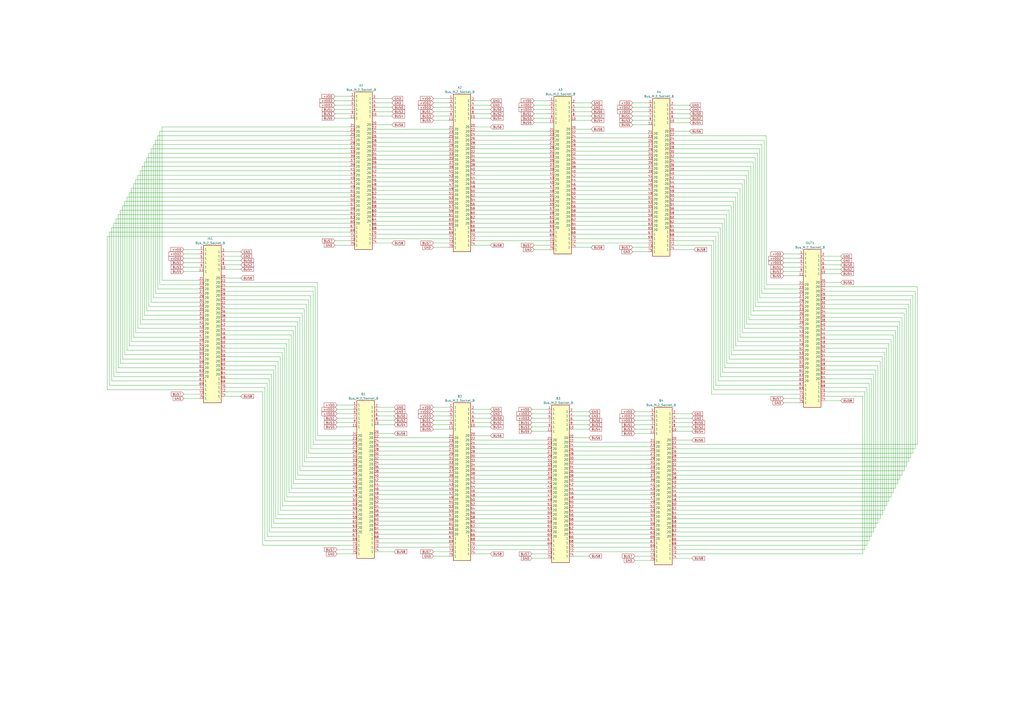
<source format=kicad_sch>
(kicad_sch (version 20230121) (generator eeschema)
  (paper "A2")
  (wire (pts (xy 529.59 171.45) (xy 529.59 262.89)))
  (wire (pts (xy 368.3 246.38) (xy 377.19 246.38)))
  (wire (pts (xy 318.77 104.14) (xy 275.59 104.14)))
  (wire (pts (xy 391.16 119.38) (xy 424.18 119.38)))
  (wire (pts (xy 275.59 68.58) (xy 284.48 68.58)))
  (wire (pts (xy 275.59 245.11) (xy 284.48 245.11)))
  (wire (pts (xy 184.15 163.83) (xy 184.15 252.73)))
  (wire (pts (xy 219.71 320.04) (xy 228.6 320.04)))
  (wire (pts (xy 521.97 278.13) (xy 521.97 186.69)))
  (wire (pts (xy 509.27 212.09) (xy 509.27 303.53)))
  (wire (pts (xy 106.68 152.4) (xy 115.57 152.4)))
  (wire (pts (xy 219.71 246.38) (xy 228.6 246.38)))
  (wire (pts (xy 524.51 273.05) (xy 524.51 181.61)))
  (wire (pts (xy 478.79 171.45) (xy 529.59 171.45)))
  (wire (pts (xy 334.01 143.51) (xy 342.9 143.51)))
  (wire (pts (xy 318.77 88.9) (xy 275.59 88.9)))
  (wire (pts (xy 391.16 99.06) (xy 434.34 99.06)))
  (wire (pts (xy 251.46 248.92) (xy 260.35 248.92)))
  (wire (pts (xy 391.16 96.52) (xy 435.61 96.52)))
  (wire (pts (xy 417.83 218.44) (xy 463.55 218.44)))
  (wire (pts (xy 478.79 209.55) (xy 510.54 209.55)))
  (wire (pts (xy 433.07 101.6) (xy 433.07 187.96)))
  (wire (pts (xy 177.8 176.53) (xy 130.81 176.53)))
  (wire (pts (xy 309.88 63.5) (xy 318.77 63.5)))
  (wire (pts (xy 478.79 163.83) (xy 487.68 163.83)))
  (wire (pts (xy 318.77 139.7) (xy 275.59 139.7)))
  (wire (pts (xy 463.55 203.2) (xy 425.45 203.2)))
  (wire (pts (xy 167.64 285.75) (xy 204.47 285.75)))
  (wire (pts (xy 154.94 311.15) (xy 204.47 311.15)))
  (wire (pts (xy 251.46 143.51) (xy 260.35 143.51)))
  (wire (pts (xy 219.71 241.3) (xy 228.6 241.3)))
  (wire (pts (xy 510.54 209.55) (xy 510.54 300.99)))
  (wire (pts (xy 318.77 121.92) (xy 275.59 121.92)))
  (wire (pts (xy 260.35 135.89) (xy 218.44 135.89)))
  (wire (pts (xy 219.71 271.78) (xy 260.35 271.78)))
  (wire (pts (xy 173.99 273.05) (xy 173.99 184.15)))
  (wire (pts (xy 180.34 260.35) (xy 204.47 260.35)))
  (wire (pts (xy 182.88 166.37) (xy 130.81 166.37)))
  (wire (pts (xy 375.92 138.43) (xy 334.01 138.43)))
  (wire (pts (xy 83.82 182.88) (xy 115.57 182.88)))
  (wire (pts (xy 71.12 208.28) (xy 115.57 208.28)))
  (wire (pts (xy 525.78 270.51) (xy 525.78 179.07)))
  (wire (pts (xy 425.45 116.84) (xy 425.45 203.2)))
  (wire (pts (xy 392.43 240.03) (xy 401.32 240.03)))
  (wire (pts (xy 275.59 142.24) (xy 284.48 142.24)))
  (wire (pts (xy 275.59 58.42) (xy 284.48 58.42)))
  (wire (pts (xy 166.37 288.29) (xy 166.37 199.39)))
  (wire (pts (xy 375.92 97.79) (xy 334.01 97.79)))
  (wire (pts (xy 177.8 265.43) (xy 177.8 176.53)))
  (wire (pts (xy 392.43 313.69) (xy 504.19 313.69)))
  (wire (pts (xy 172.72 275.59) (xy 204.47 275.59)))
  (wire (pts (xy 219.71 292.1) (xy 260.35 292.1)))
  (wire (pts (xy 368.3 243.84) (xy 377.19 243.84)))
  (wire (pts (xy 194.31 66.04) (xy 203.2 66.04)))
  (wire (pts (xy 527.05 267.97) (xy 527.05 176.53)))
  (wire (pts (xy 318.77 134.62) (xy 275.59 134.62)))
  (wire (pts (xy 82.55 185.42) (xy 115.57 185.42)))
  (wire (pts (xy 166.37 199.39) (xy 130.81 199.39)))
  (wire (pts (xy 444.5 165.1) (xy 463.55 165.1)))
  (wire (pts (xy 391.16 114.3) (xy 426.72 114.3)))
  (wire (pts (xy 176.53 179.07) (xy 130.81 179.07)))
  (wire (pts (xy 392.43 247.65) (xy 401.32 247.65)))
  (wire (pts (xy 332.74 322.58) (xy 341.63 322.58)))
  (wire (pts (xy 392.43 267.97) (xy 527.05 267.97)))
  (wire (pts (xy 391.16 106.68) (xy 430.53 106.68)))
  (wire (pts (xy 218.44 62.23) (xy 227.33 62.23)))
  (wire (pts (xy 260.35 87.63) (xy 218.44 87.63)))
  (wire (pts (xy 392.43 290.83) (xy 515.62 290.83)))
  (wire (pts (xy 478.79 207.01) (xy 511.81 207.01)))
  (wire (pts (xy 368.3 248.92) (xy 377.19 248.92)))
  (wire (pts (xy 168.91 283.21) (xy 204.47 283.21)))
  (wire (pts (xy 417.83 132.08) (xy 417.83 218.44)))
  (wire (pts (xy 391.16 63.5) (xy 400.05 63.5)))
  (wire (pts (xy 251.46 59.69) (xy 260.35 59.69)))
  (wire (pts (xy 441.96 170.18) (xy 463.55 170.18)))
  (wire (pts (xy 513.08 295.91) (xy 513.08 204.47)))
  (wire (pts (xy 115.57 172.72) (xy 88.9 172.72)))
  (wire (pts (xy 260.35 80.01) (xy 218.44 80.01)))
  (wire (pts (xy 63.5 134.62) (xy 63.5 223.52)))
  (wire (pts (xy 391.16 78.74) (xy 444.5 78.74)))
  (wire (pts (xy 392.43 255.27) (xy 401.32 255.27)))
  (wire (pts (xy 275.59 63.5) (xy 284.48 63.5)))
  (wire (pts (xy 219.71 299.72) (xy 260.35 299.72)))
  (wire (pts (xy 478.79 166.37) (xy 532.13 166.37)))
  (wire (pts (xy 412.75 228.6) (xy 463.55 228.6)))
  (wire (pts (xy 317.5 298.45) (xy 275.59 298.45)))
  (wire (pts (xy 392.43 308.61) (xy 506.73 308.61)))
  (wire (pts (xy 80.01 190.5) (xy 115.57 190.5)))
  (wire (pts (xy 165.1 290.83) (xy 165.1 201.93)))
  (wire (pts (xy 195.58 242.57) (xy 204.47 242.57)))
  (wire (pts (xy 194.31 60.96) (xy 203.2 60.96)))
  (wire (pts (xy 436.88 93.98) (xy 436.88 180.34)))
  (wire (pts (xy 179.07 262.89) (xy 179.07 173.99)))
  (wire (pts (xy 377.19 314.96) (xy 332.74 314.96)))
  (wire (pts (xy 377.19 309.88) (xy 332.74 309.88)))
  (wire (pts (xy 391.16 127) (xy 420.37 127)))
  (wire (pts (xy 367.03 72.39) (xy 375.92 72.39)))
  (wire (pts (xy 168.91 283.21) (xy 168.91 194.31)))
  (wire (pts (xy 454.66 157.48) (xy 463.55 157.48)))
  (wire (pts (xy 218.44 140.97) (xy 227.33 140.97)))
  (wire (pts (xy 515.62 290.83) (xy 515.62 199.39)))
  (wire (pts (xy 334.01 64.77) (xy 342.9 64.77)))
  (wire (pts (xy 392.43 311.15) (xy 505.46 311.15)))
  (wire (pts (xy 106.68 149.86) (xy 115.57 149.86)))
  (wire (pts (xy 260.35 100.33) (xy 218.44 100.33)))
  (wire (pts (xy 176.53 267.97) (xy 176.53 179.07)))
  (wire (pts (xy 219.71 294.64) (xy 260.35 294.64)))
  (wire (pts (xy 377.19 261.62) (xy 332.74 261.62)))
  (wire (pts (xy 260.35 102.87) (xy 218.44 102.87)))
  (wire (pts (xy 309.88 144.78) (xy 318.77 144.78)))
  (wire (pts (xy 158.75 214.63) (xy 130.81 214.63)))
  (wire (pts (xy 478.79 212.09) (xy 509.27 212.09)))
  (wire (pts (xy 317.5 285.75) (xy 275.59 285.75)))
  (wire (pts (xy 317.5 273.05) (xy 275.59 273.05)))
  (wire (pts (xy 317.5 306.07) (xy 275.59 306.07)))
  (wire (pts (xy 416.56 220.98) (xy 463.55 220.98)))
  (wire (pts (xy 251.46 62.23) (xy 260.35 62.23)))
  (wire (pts (xy 85.09 91.44) (xy 203.2 91.44)))
  (wire (pts (xy 251.46 57.15) (xy 260.35 57.15)))
  (wire (pts (xy 375.92 130.81) (xy 334.01 130.81)))
  (wire (pts (xy 180.34 171.45) (xy 130.81 171.45)))
  (wire (pts (xy 523.24 275.59) (xy 523.24 184.15)))
  (wire (pts (xy 184.15 252.73) (xy 204.47 252.73)))
  (wire (pts (xy 438.15 91.44) (xy 438.15 177.8)))
  (wire (pts (xy 130.81 227.33) (xy 152.4 227.33)))
  (wire (pts (xy 153.67 313.69) (xy 153.67 224.79)))
  (wire (pts (xy 175.26 270.51) (xy 175.26 181.61)))
  (wire (pts (xy 415.29 223.52) (xy 463.55 223.52)))
  (wire (pts (xy 454.66 147.32) (xy 463.55 147.32)))
  (wire (pts (xy 73.66 203.2) (xy 73.66 114.3)))
  (wire (pts (xy 377.19 266.7) (xy 332.74 266.7)))
  (wire (pts (xy 318.77 129.54) (xy 275.59 129.54)))
  (wire (pts (xy 375.92 135.89) (xy 334.01 135.89)))
  (wire (pts (xy 392.43 245.11) (xy 401.32 245.11)))
  (wire (pts (xy 506.73 308.61) (xy 506.73 217.17)))
  (wire (pts (xy 161.29 209.55) (xy 161.29 298.45)))
  (wire (pts (xy 106.68 147.32) (xy 115.57 147.32)))
  (wire (pts (xy 67.31 127) (xy 67.31 215.9)))
  (wire (pts (xy 68.58 213.36) (xy 115.57 213.36)))
  (wire (pts (xy 184.15 163.83) (xy 130.81 163.83)))
  (wire (pts (xy 275.59 247.65) (xy 284.48 247.65)))
  (wire (pts (xy 318.77 81.28) (xy 275.59 81.28)))
  (wire (pts (xy 309.88 66.04) (xy 318.77 66.04)))
  (wire (pts (xy 332.74 241.3) (xy 341.63 241.3)))
  (wire (pts (xy 377.19 289.56) (xy 332.74 289.56)))
  (wire (pts (xy 218.44 59.69) (xy 227.33 59.69)))
  (wire (pts (xy 308.61 237.49) (xy 317.5 237.49)))
  (wire (pts (xy 317.5 295.91) (xy 275.59 295.91)))
  (wire (pts (xy 219.71 289.56) (xy 260.35 289.56)))
  (wire (pts (xy 391.16 137.16) (xy 415.29 137.16)))
  (wire (pts (xy 518.16 285.75) (xy 518.16 194.31)))
  (wire (pts (xy 162.56 295.91) (xy 204.47 295.91)))
  (wire (pts (xy 318.77 106.68) (xy 275.59 106.68)))
  (wire (pts (xy 194.31 142.24) (xy 203.2 142.24)))
  (wire (pts (xy 454.66 160.02) (xy 463.55 160.02)))
  (wire (pts (xy 420.37 213.36) (xy 420.37 127)))
  (wire (pts (xy 318.77 114.3) (xy 275.59 114.3)))
  (wire (pts (xy 77.47 106.68) (xy 77.47 195.58)))
  (wire (pts (xy 318.77 116.84) (xy 275.59 116.84)))
  (wire (pts (xy 375.92 80.01) (xy 334.01 80.01)))
  (wire (pts (xy 377.19 299.72) (xy 332.74 299.72)))
  (wire (pts (xy 219.71 276.86) (xy 260.35 276.86)))
  (wire (pts (xy 441.96 170.18) (xy 441.96 83.82)))
  (wire (pts (xy 219.71 314.96) (xy 260.35 314.96)))
  (wire (pts (xy 115.57 223.52) (xy 63.5 223.52)))
  (wire (pts (xy 218.44 57.15) (xy 227.33 57.15)))
  (wire (pts (xy 415.29 223.52) (xy 415.29 137.16)))
  (wire (pts (xy 275.59 73.66) (xy 284.48 73.66)))
  (wire (pts (xy 72.39 205.74) (xy 115.57 205.74)))
  (wire (pts (xy 375.92 85.09) (xy 334.01 85.09)))
  (wire (pts (xy 500.38 321.31) (xy 500.38 229.87)))
  (wire (pts (xy 171.45 278.13) (xy 171.45 189.23)))
  (wire (pts (xy 429.26 109.22) (xy 429.26 195.58)))
  (wire (pts (xy 130.81 196.85) (xy 167.64 196.85)))
  (wire (pts (xy 219.71 287.02) (xy 260.35 287.02)))
  (wire (pts (xy 375.92 100.33) (xy 334.01 100.33)))
  (wire (pts (xy 162.56 207.01) (xy 162.56 295.91)))
  (wire (pts (xy 463.55 180.34) (xy 436.88 180.34)))
  (wire (pts (xy 392.43 318.77) (xy 501.65 318.77)))
  (wire (pts (xy 392.43 295.91) (xy 513.08 295.91)))
  (wire (pts (xy 317.5 255.27) (xy 275.59 255.27)))
  (wire (pts (xy 332.74 254) (xy 341.63 254)))
  (wire (pts (xy 67.31 215.9) (xy 115.57 215.9)))
  (wire (pts (xy 80.01 101.6) (xy 203.2 101.6)))
  (wire (pts (xy 317.5 257.81) (xy 275.59 257.81)))
  (wire (pts (xy 318.77 93.98) (xy 275.59 93.98)))
  (wire (pts (xy 181.61 257.81) (xy 204.47 257.81)))
  (wire (pts (xy 115.57 195.58) (xy 77.47 195.58)))
  (wire (pts (xy 260.35 82.55) (xy 218.44 82.55)))
  (wire (pts (xy 505.46 219.71) (xy 505.46 311.15)))
  (wire (pts (xy 69.85 210.82) (xy 115.57 210.82)))
  (wire (pts (xy 377.19 256.54) (xy 332.74 256.54)))
  (wire (pts (xy 194.31 55.88) (xy 203.2 55.88)))
  (wire (pts (xy 414.02 226.06) (xy 414.02 139.7)))
  (wire (pts (xy 391.16 68.58) (xy 400.05 68.58)))
  (wire (pts (xy 260.35 138.43) (xy 218.44 138.43)))
  (wire (pts (xy 157.48 217.17) (xy 130.81 217.17)))
  (wire (pts (xy 332.74 243.84) (xy 341.63 243.84)))
  (wire (pts (xy 317.5 316.23) (xy 275.59 316.23)))
  (wire (pts (xy 391.16 132.08) (xy 417.83 132.08)))
  (wire (pts (xy 375.92 115.57) (xy 334.01 115.57)))
  (wire (pts (xy 368.3 241.3) (xy 377.19 241.3)))
  (wire (pts (xy 166.37 288.29) (xy 204.47 288.29)))
  (wire (pts (xy 152.4 316.23) (xy 152.4 227.33)))
  (wire (pts (xy 106.68 154.94) (xy 115.57 154.94)))
  (wire (pts (xy 88.9 83.82) (xy 88.9 172.72)))
  (wire (pts (xy 317.5 265.43) (xy 275.59 265.43)))
  (wire (pts (xy 454.66 152.4) (xy 463.55 152.4)))
  (wire (pts (xy 251.46 238.76) (xy 260.35 238.76)))
  (wire (pts (xy 377.19 304.8) (xy 332.74 304.8)))
  (wire (pts (xy 219.71 317.5) (xy 260.35 317.5)))
  (wire (pts (xy 478.79 232.41) (xy 487.68 232.41)))
  (wire (pts (xy 317.5 303.53) (xy 275.59 303.53)))
  (wire (pts (xy 392.43 262.89) (xy 529.59 262.89)))
  (wire (pts (xy 130.81 173.99) (xy 179.07 173.99)))
  (wire (pts (xy 76.2 109.22) (xy 203.2 109.22)))
  (wire (pts (xy 182.88 255.27) (xy 204.47 255.27)))
  (wire (pts (xy 431.8 104.14) (xy 431.8 190.5)))
  (wire (pts (xy 427.99 198.12) (xy 463.55 198.12)))
  (wire (pts (xy 375.92 110.49) (xy 334.01 110.49)))
  (wire (pts (xy 74.93 111.76) (xy 203.2 111.76)))
  (wire (pts (xy 219.71 264.16) (xy 260.35 264.16)))
  (wire (pts (xy 391.16 129.54) (xy 419.1 129.54)))
  (wire (pts (xy 375.92 140.97) (xy 334.01 140.97)))
  (wire (pts (xy 78.74 193.04) (xy 115.57 193.04)))
  (wire (pts (xy 153.67 313.69) (xy 204.47 313.69)))
  (wire (pts (xy 82.55 96.52) (xy 203.2 96.52)))
  (wire (pts (xy 170.18 280.67) (xy 204.47 280.67)))
  (wire (pts (xy 308.61 245.11) (xy 317.5 245.11)))
  (wire (pts (xy 218.44 72.39) (xy 227.33 72.39)))
  (wire (pts (xy 377.19 312.42) (xy 332.74 312.42)))
  (wire (pts (xy 478.79 201.93) (xy 514.35 201.93)))
  (wire (pts (xy 156.21 308.61) (xy 156.21 219.71)))
  (wire (pts (xy 391.16 109.22) (xy 429.26 109.22)))
  (wire (pts (xy 77.47 106.68) (xy 203.2 106.68)))
  (wire (pts (xy 391.16 93.98) (xy 436.88 93.98)))
  (wire (pts (xy 424.18 119.38) (xy 424.18 205.74)))
  (wire (pts (xy 219.71 284.48) (xy 260.35 284.48)))
  (wire (pts (xy 391.16 101.6) (xy 433.07 101.6)))
  (wire (pts (xy 219.71 259.08) (xy 260.35 259.08)))
  (wire (pts (xy 391.16 91.44) (xy 438.15 91.44)))
  (wire (pts (xy 251.46 140.97) (xy 260.35 140.97)))
  (wire (pts (xy 171.45 189.23) (xy 130.81 189.23)))
  (wire (pts (xy 392.43 288.29) (xy 516.89 288.29)))
  (wire (pts (xy 195.58 321.31) (xy 204.47 321.31)))
  (wire (pts (xy 93.98 162.56) (xy 115.57 162.56)))
  (wire (pts (xy 194.31 68.58) (xy 203.2 68.58)))
  (wire (pts (xy 260.35 90.17) (xy 218.44 90.17)))
  (wire (pts (xy 219.71 266.7) (xy 260.35 266.7)))
  (wire (pts (xy 92.71 165.1) (xy 115.57 165.1)))
  (wire (pts (xy 275.59 66.04) (xy 284.48 66.04)))
  (wire (pts (xy 106.68 228.6) (xy 115.57 228.6)))
  (wire (pts (xy 334.01 74.93) (xy 342.9 74.93)))
  (wire (pts (xy 318.77 124.46) (xy 275.59 124.46)))
  (wire (pts (xy 318.77 99.06) (xy 275.59 99.06)))
  (wire (pts (xy 195.58 247.65) (xy 204.47 247.65)))
  (wire (pts (xy 478.79 214.63) (xy 508 214.63)))
  (wire (pts (xy 430.53 106.68) (xy 430.53 193.04)))
  (wire (pts (xy 392.43 270.51) (xy 525.78 270.51)))
  (wire (pts (xy 260.35 125.73) (xy 218.44 125.73)))
  (wire (pts (xy 180.34 260.35) (xy 180.34 171.45)))
  (wire (pts (xy 74.93 111.76) (xy 74.93 200.66)))
  (wire (pts (xy 318.77 132.08) (xy 275.59 132.08)))
  (wire (pts (xy 318.77 119.38) (xy 275.59 119.38)))
  (wire (pts (xy 308.61 323.85) (xy 317.5 323.85)))
  (wire (pts (xy 130.81 224.79) (xy 153.67 224.79)))
  (wire (pts (xy 78.74 104.14) (xy 203.2 104.14)))
  (wire (pts (xy 392.43 280.67) (xy 520.7 280.67)))
  (wire (pts (xy 165.1 201.93) (xy 130.81 201.93)))
  (wire (pts (xy 308.61 242.57) (xy 317.5 242.57)))
  (wire (pts (xy 520.7 280.67) (xy 520.7 189.23)))
  (wire (pts (xy 317.5 260.35) (xy 275.59 260.35)))
  (wire (pts (xy 478.79 196.85) (xy 516.89 196.85)))
  (wire (pts (xy 502.92 224.79) (xy 502.92 316.23)))
  (wire (pts (xy 219.71 254) (xy 260.35 254)))
  (wire (pts (xy 87.63 86.36) (xy 203.2 86.36)))
  (wire (pts (xy 478.79 217.17) (xy 506.73 217.17)))
  (wire (pts (xy 179.07 262.89) (xy 204.47 262.89)))
  (wire (pts (xy 368.3 238.76) (xy 377.19 238.76)))
  (wire (pts (xy 392.43 257.81) (xy 532.13 257.81)))
  (wire (pts (xy 377.19 297.18) (xy 332.74 297.18)))
  (wire (pts (xy 260.35 74.93) (xy 218.44 74.93)))
  (wire (pts (xy 308.61 250.19) (xy 317.5 250.19)))
  (wire (pts (xy 426.72 200.66) (xy 463.55 200.66)))
  (wire (pts (xy 163.83 204.47) (xy 130.81 204.47)))
  (wire (pts (xy 83.82 93.98) (xy 83.82 182.88)))
  (wire (pts (xy 156.21 308.61) (xy 204.47 308.61)))
  (wire (pts (xy 72.39 205.74) (xy 72.39 116.84)))
  (wire (pts (xy 309.88 58.42) (xy 318.77 58.42)))
  (wire (pts (xy 377.19 281.94) (xy 332.74 281.94)))
  (wire (pts (xy 391.16 88.9) (xy 439.42 88.9)))
  (wire (pts (xy 66.04 129.54) (xy 203.2 129.54)))
  (wire (pts (xy 434.34 185.42) (xy 463.55 185.42)))
  (wire (pts (xy 115.57 226.06) (xy 62.23 226.06)))
  (wire (pts (xy 106.68 157.48) (xy 115.57 157.48)))
  (wire (pts (xy 152.4 316.23) (xy 204.47 316.23)))
  (wire (pts (xy 478.79 194.31) (xy 518.16 194.31)))
  (wire (pts (xy 275.59 242.57) (xy 284.48 242.57)))
  (wire (pts (xy 377.19 292.1) (xy 332.74 292.1)))
  (wire (pts (xy 478.79 181.61) (xy 524.51 181.61)))
  (wire (pts (xy 375.92 95.25) (xy 334.01 95.25)))
  (wire (pts (xy 260.35 128.27) (xy 218.44 128.27)))
  (wire (pts (xy 64.77 132.08) (xy 203.2 132.08)))
  (wire (pts (xy 392.43 298.45) (xy 511.81 298.45)))
  (wire (pts (xy 177.8 265.43) (xy 204.47 265.43)))
  (wire (pts (xy 439.42 175.26) (xy 463.55 175.26)))
  (wire (pts (xy 64.77 132.08) (xy 64.77 220.98)))
  (wire (pts (xy 391.16 134.62) (xy 416.56 134.62)))
  (wire (pts (xy 478.79 219.71) (xy 505.46 219.71)))
  (wire (pts (xy 317.5 308.61) (xy 275.59 308.61)))
  (wire (pts (xy 318.77 111.76) (xy 275.59 111.76)))
  (wire (pts (xy 377.19 279.4) (xy 332.74 279.4)))
  (wire (pts (xy 334.01 69.85) (xy 342.9 69.85)))
  (wire (pts (xy 106.68 144.78) (xy 115.57 144.78)))
  (wire (pts (xy 161.29 298.45) (xy 204.47 298.45)))
  (wire (pts (xy 478.79 189.23) (xy 520.7 189.23)))
  (wire (pts (xy 443.23 167.64) (xy 443.23 81.28)))
  (wire (pts (xy 392.43 285.75) (xy 518.16 285.75)))
  (wire (pts (xy 160.02 212.09) (xy 130.81 212.09)))
  (wire (pts (xy 375.92 92.71) (xy 334.01 92.71)))
  (wire (pts (xy 478.79 148.59) (xy 487.68 148.59)))
  (wire (pts (xy 367.03 69.85) (xy 375.92 69.85)))
  (wire (pts (xy 260.35 133.35) (xy 218.44 133.35)))
  (wire (pts (xy 317.5 293.37) (xy 275.59 293.37)))
  (wire (pts (xy 275.59 252.73) (xy 284.48 252.73)))
  (wire (pts (xy 172.72 275.59) (xy 172.72 186.69)))
  (wire (pts (xy 391.16 86.36) (xy 440.69 86.36)))
  (wire (pts (xy 162.56 207.01) (xy 130.81 207.01)))
  (wire (pts (xy 392.43 306.07) (xy 508 306.07)))
  (wire (pts (xy 161.29 209.55) (xy 130.81 209.55)))
  (wire (pts (xy 334.01 67.31) (xy 342.9 67.31)))
  (wire (pts (xy 92.71 165.1) (xy 92.71 76.2)))
  (wire (pts (xy 170.18 280.67) (xy 170.18 191.77)))
  (wire (pts (xy 318.77 91.44) (xy 275.59 91.44)))
  (wire (pts (xy 377.19 307.34) (xy 332.74 307.34)))
  (wire (pts (xy 392.43 316.23) (xy 502.92 316.23)))
  (wire (pts (xy 478.79 191.77) (xy 519.43 191.77)))
  (wire (pts (xy 219.71 274.32) (xy 260.35 274.32)))
  (wire (pts (xy 80.01 101.6) (xy 80.01 190.5)))
  (wire (pts (xy 318.77 83.82) (xy 275.59 83.82)))
  (wire (pts (xy 219.71 236.22) (xy 228.6 236.22)))
  (wire (pts (xy 130.81 161.29) (xy 139.7 161.29)))
  (wire (pts (xy 377.19 302.26) (xy 332.74 302.26)))
  (wire (pts (xy 62.23 137.16) (xy 62.23 226.06)))
  (wire (pts (xy 377.19 287.02) (xy 332.74 287.02)))
  (wire (pts (xy 375.92 118.11) (xy 334.01 118.11)))
  (wire (pts (xy 391.16 81.28) (xy 443.23 81.28)))
  (wire (pts (xy 160.02 212.09) (xy 160.02 300.99)))
  (wire (pts (xy 478.79 224.79) (xy 502.92 224.79)))
  (wire (pts (xy 218.44 64.77) (xy 227.33 64.77)))
  (wire (pts (xy 392.43 293.37) (xy 514.35 293.37)))
  (wire (pts (xy 168.91 194.31) (xy 130.81 194.31)))
  (wire (pts (xy 454.66 149.86) (xy 463.55 149.86)))
  (wire (pts (xy 173.99 273.05) (xy 204.47 273.05)))
  (wire (pts (xy 317.5 267.97) (xy 275.59 267.97)))
  (wire (pts (xy 334.01 62.23) (xy 342.9 62.23)))
  (wire (pts (xy 182.88 166.37) (xy 182.88 255.27)))
  (wire (pts (xy 367.03 64.77) (xy 375.92 64.77)))
  (wire (pts (xy 429.26 195.58) (xy 463.55 195.58)))
  (wire (pts (xy 260.35 95.25) (xy 218.44 95.25)))
  (wire (pts (xy 463.55 215.9) (xy 419.1 215.9)))
  (wire (pts (xy 275.59 321.31) (xy 284.48 321.31)))
  (wire (pts (xy 422.91 208.28) (xy 422.91 121.92)))
  (wire (pts (xy 251.46 236.22) (xy 260.35 236.22)))
  (wire (pts (xy 317.5 288.29) (xy 275.59 288.29)))
  (wire (pts (xy 317.5 311.15) (xy 275.59 311.15)))
  (wire (pts (xy 421.64 210.82) (xy 463.55 210.82)))
  (wire (pts (xy 318.77 86.36) (xy 275.59 86.36)))
  (wire (pts (xy 377.19 264.16) (xy 332.74 264.16)))
  (wire (pts (xy 163.83 204.47) (xy 163.83 293.37)))
  (wire (pts (xy 93.98 162.56) (xy 93.98 73.66)))
  (wire (pts (xy 391.16 111.76) (xy 427.99 111.76)))
  (wire (pts (xy 478.79 153.67) (xy 487.68 153.67)))
  (wire (pts (xy 71.12 119.38) (xy 203.2 119.38)))
  (wire (pts (xy 375.92 105.41) (xy 334.01 105.41)))
  (wire (pts (xy 427.99 111.76) (xy 427.99 198.12)))
  (wire (pts (xy 275.59 60.96) (xy 284.48 60.96)))
  (wire (pts (xy 219.71 302.26) (xy 260.35 302.26)))
  (wire (pts (xy 435.61 182.88) (xy 463.55 182.88)))
  (wire (pts (xy 318.77 78.74) (xy 275.59 78.74)))
  (wire (pts (xy 392.43 283.21) (xy 519.43 283.21)))
  (wire (pts (xy 377.19 259.08) (xy 332.74 259.08)))
  (wire (pts (xy 86.36 88.9) (xy 203.2 88.9)))
  (wire (pts (xy 440.69 172.72) (xy 463.55 172.72)))
  (wire (pts (xy 501.65 227.33) (xy 501.65 318.77)))
  (wire (pts (xy 260.35 120.65) (xy 218.44 120.65)))
  (wire (pts (xy 375.92 133.35) (xy 334.01 133.35)))
  (wire (pts (xy 85.09 180.34) (xy 115.57 180.34)))
  (wire (pts (xy 154.94 311.15) (xy 154.94 222.25)))
  (wire (pts (xy 275.59 240.03) (xy 284.48 240.03)))
  (wire (pts (xy 391.16 142.24) (xy 412.75 142.24)))
  (wire (pts (xy 433.07 187.96) (xy 463.55 187.96)))
  (wire (pts (xy 69.85 121.92) (xy 203.2 121.92)))
  (wire (pts (xy 195.58 245.11) (xy 204.47 245.11)))
  (wire (pts (xy 317.5 313.69) (xy 275.59 313.69)))
  (wire (pts (xy 375.92 82.55) (xy 334.01 82.55)))
  (wire (pts (xy 377.19 274.32) (xy 332.74 274.32)))
  (wire (pts (xy 130.81 146.05) (xy 139.7 146.05)))
  (wire (pts (xy 435.61 96.52) (xy 435.61 182.88)))
  (wire (pts (xy 434.34 99.06) (xy 434.34 185.42)))
  (wire (pts (xy 158.75 303.53) (xy 204.47 303.53)))
  (wire (pts (xy 260.35 110.49) (xy 218.44 110.49)))
  (wire (pts (xy 367.03 62.23) (xy 375.92 62.23)))
  (wire (pts (xy 375.92 113.03) (xy 334.01 113.03)))
  (wire (pts (xy 195.58 318.77) (xy 204.47 318.77)))
  (wire (pts (xy 392.43 321.31) (xy 500.38 321.31)))
  (wire (pts (xy 251.46 246.38) (xy 260.35 246.38)))
  (wire (pts (xy 176.53 267.97) (xy 204.47 267.97)))
  (wire (pts (xy 391.16 83.82) (xy 441.96 83.82)))
  (wire (pts (xy 318.77 96.52) (xy 275.59 96.52)))
  (wire (pts (xy 130.81 219.71) (xy 156.21 219.71)))
  (wire (pts (xy 86.36 88.9) (xy 86.36 177.8)))
  (wire (pts (xy 81.28 187.96) (xy 115.57 187.96)))
  (wire (pts (xy 85.09 91.44) (xy 85.09 180.34)))
  (wire (pts (xy 392.43 260.35) (xy 530.86 260.35)))
  (wire (pts (xy 375.92 128.27) (xy 334.01 128.27)))
  (wire (pts (xy 67.31 127) (xy 203.2 127)))
  (wire (pts (xy 375.92 90.17) (xy 334.01 90.17)))
  (wire (pts (xy 375.92 77.47) (xy 334.01 77.47)))
  (wire (pts (xy 454.66 231.14) (xy 463.55 231.14)))
  (wire (pts (xy 412.75 142.24) (xy 412.75 228.6)))
  (wire (pts (xy 444.5 165.1) (xy 444.5 78.74)))
  (wire (pts (xy 68.58 213.36) (xy 68.58 124.46)))
  (wire (pts (xy 414.02 226.06) (xy 463.55 226.06)))
  (wire (pts (xy 260.35 85.09) (xy 218.44 85.09)))
  (wire (pts (xy 260.35 105.41) (xy 218.44 105.41)))
  (wire (pts (xy 317.5 283.21) (xy 275.59 283.21)))
  (wire (pts (xy 91.44 78.74) (xy 203.2 78.74)))
  (wire (pts (xy 130.81 156.21) (xy 139.7 156.21)))
  (wire (pts (xy 317.5 270.51) (xy 275.59 270.51)))
  (wire (pts (xy 181.61 168.91) (xy 181.61 257.81)))
  (wire (pts (xy 377.19 294.64) (xy 332.74 294.64)))
  (wire (pts (xy 368.3 251.46) (xy 377.19 251.46)))
  (wire (pts (xy 93.98 73.66) (xy 203.2 73.66)))
  (wire (pts (xy 478.79 229.87) (xy 500.38 229.87)))
  (wire (pts (xy 420.37 213.36) (xy 463.55 213.36)))
  (wire (pts (xy 130.81 153.67) (xy 139.7 153.67)))
  (wire (pts (xy 375.92 107.95) (xy 334.01 107.95)))
  (wire (pts (xy 532.13 166.37) (xy 532.13 257.81)))
  (wire (pts (xy 81.28 99.06) (xy 203.2 99.06)))
  (wire (pts (xy 157.48 306.07) (xy 157.48 217.17)))
  (wire (pts (xy 115.57 218.44) (xy 66.04 218.44)))
  (wire (pts (xy 219.71 269.24) (xy 260.35 269.24)))
  (wire (pts (xy 74.93 200.66) (xy 115.57 200.66)))
  (wire (pts (xy 317.5 262.89) (xy 275.59 262.89)))
  (wire (pts (xy 392.43 278.13) (xy 521.97 278.13)))
  (wire (pts (xy 157.48 306.07) (xy 204.47 306.07)))
  (wire (pts (xy 504.19 222.25) (xy 504.19 313.69)))
  (wire (pts (xy 194.31 58.42) (xy 203.2 58.42)))
  (wire (pts (xy 431.8 190.5) (xy 463.55 190.5)))
  (wire (pts (xy 439.42 88.9) (xy 439.42 175.26)))
  (wire (pts (xy 392.43 265.43) (xy 528.32 265.43)))
  (wire (pts (xy 519.43 283.21) (xy 519.43 191.77)))
  (wire (pts (xy 318.77 137.16) (xy 275.59 137.16)))
  (wire (pts (xy 78.74 104.14) (xy 78.74 193.04)))
  (wire (pts (xy 391.16 124.46) (xy 421.64 124.46)))
  (wire (pts (xy 181.61 168.91) (xy 130.81 168.91)))
  (wire (pts (xy 251.46 322.58) (xy 260.35 322.58)))
  (wire (pts (xy 391.16 66.04) (xy 400.05 66.04)))
  (wire (pts (xy 90.17 170.18) (xy 115.57 170.18)))
  (wire (pts (xy 73.66 203.2) (xy 115.57 203.2)))
  (wire (pts (xy 251.46 320.04) (xy 260.35 320.04)))
  (wire (pts (xy 478.79 199.39) (xy 515.62 199.39)))
  (wire (pts (xy 528.32 173.99) (xy 528.32 265.43)))
  (wire (pts (xy 115.57 220.98) (xy 64.77 220.98)))
  (wire (pts (xy 62.23 137.16) (xy 203.2 137.16)))
  (wire (pts (xy 175.26 270.51) (xy 204.47 270.51)))
  (wire (pts (xy 219.71 297.18) (xy 260.35 297.18)))
  (wire (pts (xy 86.36 177.8) (xy 115.57 177.8)))
  (wire (pts (xy 260.35 113.03) (xy 218.44 113.03)))
  (wire (pts (xy 219.71 281.94) (xy 260.35 281.94)))
  (wire (pts (xy 260.35 97.79) (xy 218.44 97.79)))
  (wire (pts (xy 219.71 243.84) (xy 228.6 243.84)))
  (wire (pts (xy 443.23 167.64) (xy 463.55 167.64)))
  (wire (pts (xy 318.77 127) (xy 275.59 127)))
  (wire (pts (xy 130.81 148.59) (xy 139.7 148.59)))
  (wire (pts (xy 391.16 139.7) (xy 414.02 139.7)))
  (wire (pts (xy 81.28 99.06) (xy 81.28 187.96)))
  (wire (pts (xy 87.63 175.26) (xy 115.57 175.26)))
  (wire (pts (xy 367.03 146.05) (xy 375.92 146.05)))
  (wire (pts (xy 318.77 101.6) (xy 275.59 101.6)))
  (wire (pts (xy 260.35 123.19) (xy 218.44 123.19)))
  (wire (pts (xy 375.92 87.63) (xy 334.01 87.63)))
  (wire (pts (xy 478.79 168.91) (xy 530.86 168.91)))
  (wire (pts (xy 392.43 303.53) (xy 509.27 303.53)))
  (wire (pts (xy 377.19 269.24) (xy 332.74 269.24)))
  (wire (pts (xy 478.79 151.13) (xy 487.68 151.13)))
  (wire (pts (xy 195.58 237.49) (xy 204.47 237.49)))
  (wire (pts (xy 260.35 107.95) (xy 218.44 107.95)))
  (wire (pts (xy 219.71 279.4) (xy 260.35 279.4)))
  (wire (pts (xy 368.3 322.58) (xy 377.19 322.58)))
  (wire (pts (xy 391.16 121.92) (xy 422.91 121.92)))
  (wire (pts (xy 251.46 241.3) (xy 260.35 241.3)))
  (wire (pts (xy 377.19 284.48) (xy 332.74 284.48)))
  (wire (pts (xy 219.71 312.42) (xy 260.35 312.42)))
  (wire (pts (xy 368.3 325.12) (xy 377.19 325.12)))
  (wire (pts (xy 83.82 93.98) (xy 203.2 93.98)))
  (wire (pts (xy 163.83 293.37) (xy 204.47 293.37)))
  (wire (pts (xy 91.44 167.64) (xy 91.44 78.74)))
  (wire (pts (xy 251.46 69.85) (xy 260.35 69.85)))
  (wire (pts (xy 63.5 134.62) (xy 203.2 134.62)))
  (wire (pts (xy 194.31 63.5) (xy 203.2 63.5)))
  (wire (pts (xy 92.71 76.2) (xy 203.2 76.2)))
  (wire (pts (xy 511.81 298.45) (xy 511.81 207.01)))
  (wire (pts (xy 251.46 64.77) (xy 260.35 64.77)))
  (wire (pts (xy 317.5 280.67) (xy 275.59 280.67)))
  (wire (pts (xy 422.91 208.28) (xy 463.55 208.28)))
  (wire (pts (xy 171.45 278.13) (xy 204.47 278.13)))
  (wire (pts (xy 308.61 240.03) (xy 317.5 240.03)))
  (wire (pts (xy 260.35 77.47) (xy 218.44 77.47)))
  (wire (pts (xy 375.92 123.19) (xy 334.01 123.19)))
  (wire (pts (xy 478.79 184.15) (xy 523.24 184.15)))
  (wire (pts (xy 167.64 285.75) (xy 167.64 196.85)))
  (wire (pts (xy 367.03 67.31) (xy 375.92 67.31)))
  (wire (pts (xy 508 214.63) (xy 508 306.07)))
  (wire (pts (xy 440.69 172.72) (xy 440.69 86.36)))
  (wire (pts (xy 219.71 307.34) (xy 260.35 307.34)))
  (wire (pts (xy 173.99 184.15) (xy 130.81 184.15)))
  (wire (pts (xy 72.39 116.84) (xy 203.2 116.84)))
  (wire (pts (xy 251.46 67.31) (xy 260.35 67.31)))
  (wire (pts (xy 251.46 243.84) (xy 260.35 243.84)))
  (wire (pts (xy 71.12 208.28) (xy 71.12 119.38)))
  (wire (pts (xy 478.79 173.99) (xy 528.32 173.99)))
  (wire (pts (xy 69.85 210.82) (xy 69.85 121.92)))
  (wire (pts (xy 219.71 309.88) (xy 260.35 309.88)))
  (wire (pts (xy 391.16 71.12) (xy 400.05 71.12)))
  (wire (pts (xy 375.92 120.65) (xy 334.01 120.65)))
  (wire (pts (xy 130.81 222.25) (xy 154.94 222.25)))
  (wire (pts (xy 66.04 129.54) (xy 66.04 218.44)))
  (wire (pts (xy 392.43 275.59) (xy 523.24 275.59)))
  (wire (pts (xy 438.15 177.8) (xy 463.55 177.8)))
  (wire (pts (xy 478.79 204.47) (xy 513.08 204.47)))
  (wire (pts (xy 172.72 186.69) (xy 130.81 186.69)))
  (wire (pts (xy 82.55 96.52) (xy 82.55 185.42)))
  (wire (pts (xy 309.88 60.96) (xy 318.77 60.96)))
  (wire (pts (xy 514.35 293.37) (xy 514.35 201.93)))
  (wire (pts (xy 392.43 242.57) (xy 401.32 242.57)))
  (wire (pts (xy 424.18 205.74) (xy 463.55 205.74)))
  (wire (pts (xy 88.9 83.82) (xy 203.2 83.82)))
  (wire (pts (xy 391.16 144.78) (xy 402.59 144.78)))
  (wire (pts (xy 90.17 81.28) (xy 90.17 170.18)))
  (wire (pts (xy 391.16 60.96) (xy 400.05 60.96)))
  (wire (pts (xy 219.71 238.76) (xy 228.6 238.76)))
  (wire (pts (xy 68.58 124.46) (xy 203.2 124.46)))
  (wire (pts (xy 318.77 76.2) (xy 275.59 76.2)))
  (wire (pts (xy 308.61 321.31) (xy 317.5 321.31)))
  (wire (pts (xy 392.43 323.85) (xy 401.32 323.85)))
  (wire (pts (xy 130.81 229.87) (xy 139.7 229.87)))
  (wire (pts (xy 391.16 76.2) (xy 400.05 76.2)))
  (wire (pts (xy 195.58 240.03) (xy 204.47 240.03)))
  (wire (pts (xy 260.35 92.71) (xy 218.44 92.71)))
  (wire (pts (xy 309.88 71.12) (xy 318.77 71.12)))
  (wire (pts (xy 454.66 233.68) (xy 463.55 233.68)))
  (wire (pts (xy 194.31 139.7) (xy 203.2 139.7)))
  (wire (pts (xy 332.74 246.38) (xy 341.63 246.38)))
  (wire (pts (xy 478.79 227.33) (xy 501.65 227.33)))
  (wire (pts (xy 426.72 114.3) (xy 426.72 200.66)))
  (wire (pts (xy 219.71 251.46) (xy 228.6 251.46)))
  (wire (pts (xy 421.64 210.82) (xy 421.64 124.46)))
  (wire (pts (xy 308.61 247.65) (xy 317.5 247.65)))
  (wire (pts (xy 76.2 198.12) (xy 115.57 198.12)))
  (wire (pts (xy 87.63 86.36) (xy 87.63 175.26)))
  (wire (pts (xy 478.79 158.75) (xy 487.68 158.75)))
  (wire (pts (xy 317.5 275.59) (xy 275.59 275.59)))
  (wire (pts (xy 530.86 168.91) (xy 530.86 260.35)))
  (wire (pts (xy 392.43 273.05) (xy 524.51 273.05)))
  (wire (pts (xy 175.26 181.61) (xy 130.81 181.61)))
  (wire (pts (xy 219.71 261.62) (xy 260.35 261.62)))
  (wire (pts (xy 260.35 130.81) (xy 218.44 130.81)))
  (wire (pts (xy 377.19 271.78) (xy 332.74 271.78)))
  (wire (pts (xy 309.88 142.24) (xy 318.77 142.24)))
  (wire (pts (xy 158.75 214.63) (xy 158.75 303.53)))
  (wire (pts (xy 367.03 143.51) (xy 375.92 143.51)))
  (wire (pts (xy 454.66 154.94) (xy 463.55 154.94)))
  (wire (pts (xy 478.79 222.25) (xy 504.19 222.25)))
  (wire (pts (xy 478.79 186.69) (xy 521.97 186.69)))
  (wire (pts (xy 478.79 176.53) (xy 527.05 176.53)))
  (wire (pts (xy 392.43 250.19) (xy 401.32 250.19)))
  (wire (pts (xy 478.79 156.21) (xy 487.68 156.21)))
  (wire (pts (xy 275.59 237.49) (xy 284.48 237.49)))
  (wire (pts (xy 91.44 167.64) (xy 115.57 167.64)))
  (wire (pts (xy 478.79 179.07) (xy 525.78 179.07)))
  (wire (pts (xy 317.5 300.99) (xy 275.59 300.99)))
  (wire (pts (xy 73.66 114.3) (xy 203.2 114.3)))
  (wire (pts (xy 309.88 68.58) (xy 318.77 68.58)))
  (wire (pts (xy 367.03 59.69) (xy 375.92 59.69)))
  (wire (pts (xy 170.18 191.77) (xy 130.81 191.77)))
  (wire (pts (xy 317.5 290.83) (xy 275.59 290.83)))
  (wire (pts (xy 334.01 59.69) (xy 342.9 59.69)))
  (wire (pts (xy 419.1 215.9) (xy 419.1 129.54)))
  (wire (pts (xy 430.53 193.04) (xy 463.55 193.04)))
  (wire (pts (xy 332.74 238.76) (xy 341.63 238.76)))
  (wire (pts (xy 416.56 220.98) (xy 416.56 134.62)))
  (wire (pts (xy 76.2 109.22) (xy 76.2 198.12)))
  (wire (pts (xy 391.16 104.14) (xy 431.8 104.14)))
  (wire (pts (xy 219.71 304.8) (xy 260.35 304.8)))
  (wire (pts (xy 317.5 318.77) (xy 275.59 318.77)))
  (wire (pts (xy 516.89 288.29) (xy 516.89 196.85)))
  (wire (pts (xy 391.16 116.84) (xy 425.45 116.84)))
  (wire (pts (xy 106.68 231.14) (xy 115.57 231.14)))
  (wire (pts (xy 375.92 125.73) (xy 334.01 125.73)))
  (wire (pts (xy 130.81 151.13) (xy 139.7 151.13)))
  (wire (pts (xy 260.35 118.11) (xy 218.44 118.11)))
  (wire (pts (xy 165.1 290.83) (xy 204.47 290.83)))
  (wire (pts (xy 90.17 81.28) (xy 203.2 81.28)))
  (wire (pts (xy 377.19 317.5) (xy 332.74 317.5)))
  (wire (pts (xy 219.71 256.54) (xy 260.35 256.54)))
  (wire (pts (xy 260.35 115.57) (xy 218.44 115.57)))
  (wire (pts (xy 332.74 248.92) (xy 341.63 248.92)))
  (wire (pts (xy 218.44 67.31) (xy 227.33 67.31)))
  (wire (pts (xy 317.5 278.13) (xy 275.59 278.13)))
  (wire (pts (xy 377.19 320.04) (xy 332.74 320.04)))
  (wire (pts (xy 377.19 276.86) (xy 332.74 276.86)))
  (wire (pts (xy 392.43 300.99) (xy 510.54 300.99)))
  (wire (pts (xy 160.02 300.99) (xy 204.47 300.99)))
  (wire (pts (xy 318.77 109.22) (xy 275.59 109.22)))
  (wire (pts (xy 375.92 102.87) (xy 334.01 102.87)))
  (wire (pts (xy 195.58 234.95) (xy 204.47 234.95)))
  (global_label "BUS2" (shape input) (at 487.68 156.21 0) (property "Intersheetrefs" "${INTERSHEET_REFS}" (effects hide)))
  (global_label "BUS3" (shape input) (at 309.88 68.58 180) (property "Intersheetrefs" "${INTERSHEET_REFS}" (effects hide)))
  (global_label "+VDD3" (shape input) (at 367.03 64.77 180) (property "Intersheetrefs" "${INTERSHEET_REFS}" (effects hide)))
  (global_label "BUS4" (shape input) (at 401.32 250.19 0) (property "Intersheetrefs" "${INTERSHEET_REFS}" (effects hide)))
  (global_label "+VDD2" (shape input) (at 251.46 238.76 180) (property "Intersheetrefs" "${INTERSHEET_REFS}" (effects hide)))
  (global_label "GND" (shape input) (at 227.33 59.69 0) (property "Intersheetrefs" "${INTERSHEET_REFS}" (effects hide)))
  (global_label "+VDD2" (shape input) (at 194.31 58.42 180) (property "Intersheetrefs" "${INTERSHEET_REFS}" (effects hide)))
  (global_label "BUS5" (shape input) (at 309.88 71.12 180) (property "Intersheetrefs" "${INTERSHEET_REFS}" (effects hide)))
  (global_label "GND" (shape input) (at 284.48 60.96 0) (property "Intersheetrefs" "${INTERSHEET_REFS}" (effects hide)))
  (global_label "BUS6" (shape input) (at 227.33 72.39 0) (property "Intersheetrefs" "${INTERSHEET_REFS}" (effects hide)))
  (global_label "BUS5" (shape input) (at 106.68 157.48 180) (property "Intersheetrefs" "${INTERSHEET_REFS}" (effects hide)))
  (global_label "BUS6" (shape input) (at 400.05 76.2 0) (property "Intersheetrefs" "${INTERSHEET_REFS}" (effects hide)))
  (global_label "BUS0" (shape input) (at 400.05 66.04 0) (property "Intersheetrefs" "${INTERSHEET_REFS}" (effects hide)))
  (global_label "+VDD3" (shape input) (at 251.46 62.23 180) (property "Intersheetrefs" "${INTERSHEET_REFS}" (effects hide)))
  (global_label "BUS6" (shape input) (at 284.48 73.66 0) (property "Intersheetrefs" "${INTERSHEET_REFS}" (effects hide)))
  (global_label "+VDD" (shape input) (at 106.68 144.78 180) (property "Intersheetrefs" "${INTERSHEET_REFS}" (effects hide)))
  (global_label "+VDD" (shape input) (at 251.46 236.22 180) (property "Intersheetrefs" "${INTERSHEET_REFS}" (effects hide)))
  (global_label "BUS8" (shape input) (at 342.9 143.51 0) (property "Intersheetrefs" "${INTERSHEET_REFS}" (effects hide)))
  (global_label "BUS0" (shape input) (at 341.63 243.84 0) (property "Intersheetrefs" "${INTERSHEET_REFS}" (effects hide)))
  (global_label "GND" (shape input) (at 228.6 238.76 0) (property "Intersheetrefs" "${INTERSHEET_REFS}" (effects hide)))
  (global_label "BUS5" (shape input) (at 368.3 251.46 180) (property "Intersheetrefs" "${INTERSHEET_REFS}" (effects hide)))
  (global_label "BUS7" (shape input) (at 367.03 143.51 180) (property "Intersheetrefs" "${INTERSHEET_REFS}" (effects hide)))
  (global_label "BUS0" (shape input) (at 284.48 63.5 0) (property "Intersheetrefs" "${INTERSHEET_REFS}" (effects hide)))
  (global_label "BUS3" (shape input) (at 251.46 67.31 180) (property "Intersheetrefs" "${INTERSHEET_REFS}" (effects hide)))
  (global_label "BUS8" (shape input) (at 487.68 232.41 0) (property "Intersheetrefs" "${INTERSHEET_REFS}" (effects hide)))
  (global_label "GND" (shape input) (at 342.9 62.23 0) (property "Intersheetrefs" "${INTERSHEET_REFS}" (effects hide)))
  (global_label "+VDD2" (shape input) (at 308.61 240.03 180) (property "Intersheetrefs" "${INTERSHEET_REFS}" (effects hide)))
  (global_label "+VDD3" (shape input) (at 251.46 241.3 180) (property "Intersheetrefs" "${INTERSHEET_REFS}" (effects hide)))
  (global_label "BUS2" (shape input) (at 342.9 67.31 0) (property "Intersheetrefs" "${INTERSHEET_REFS}" (effects hide)))
  (global_label "+VDD2" (shape input) (at 454.66 149.86 180) (property "Intersheetrefs" "${INTERSHEET_REFS}" (effects hide)))
  (global_label "BUS1" (shape input) (at 251.46 243.84 180) (property "Intersheetrefs" "${INTERSHEET_REFS}" (effects hide)))
  (global_label "BUS1" (shape input) (at 106.68 152.4 180) (property "Intersheetrefs" "${INTERSHEET_REFS}" (effects hide)))
  (global_label "BUS2" (shape input) (at 227.33 64.77 0) (property "Intersheetrefs" "${INTERSHEET_REFS}" (effects hide)))
  (global_label "BUS7" (shape input) (at 106.68 228.6 180) (property "Intersheetrefs" "${INTERSHEET_REFS}" (effects hide)))
  (global_label "BUS7" (shape input) (at 251.46 140.97 180) (property "Intersheetrefs" "${INTERSHEET_REFS}" (effects hide)))
  (global_label "+VDD3" (shape input) (at 308.61 242.57 180) (property "Intersheetrefs" "${INTERSHEET_REFS}" (effects hide)))
  (global_label "GND" (shape input) (at 308.61 323.85 180) (property "Intersheetrefs" "${INTERSHEET_REFS}" (effects hide)))
  (global_label "BUS7" (shape input) (at 309.88 142.24 180) (property "Intersheetrefs" "${INTERSHEET_REFS}" (effects hide)))
  (global_label "GND" (shape input) (at 194.31 142.24 180) (property "Intersheetrefs" "${INTERSHEET_REFS}" (effects hide)))
  (global_label "+VDD3" (shape input) (at 195.58 240.03 180) (property "Intersheetrefs" "${INTERSHEET_REFS}" (effects hide)))
  (global_label "BUS5" (shape input) (at 194.31 68.58 180) (property "Intersheetrefs" "${INTERSHEET_REFS}" (effects hide)))
  (global_label "BUS6" (shape input) (at 139.7 161.29 0) (property "Intersheetrefs" "${INTERSHEET_REFS}" (effects hide)))
  (global_label "BUS2" (shape input) (at 284.48 66.04 0) (property "Intersheetrefs" "${INTERSHEET_REFS}" (effects hide)))
  (global_label "BUS5" (shape input) (at 251.46 69.85 180) (property "Intersheetrefs" "${INTERSHEET_REFS}" (effects hide)))
  (global_label "BUS3" (shape input) (at 106.68 154.94 180) (property "Intersheetrefs" "${INTERSHEET_REFS}" (effects hide)))
  (global_label "GND" (shape input) (at 367.03 146.05 180) (property "Intersheetrefs" "${INTERSHEET_REFS}" (effects hide)))
  (global_label "BUS6" (shape input) (at 342.9 74.93 0) (property "Intersheetrefs" "${INTERSHEET_REFS}" (effects hide)))
  (global_label "+VDD2" (shape input) (at 368.3 241.3 180) (property "Intersheetrefs" "${INTERSHEET_REFS}" (effects hide)))
  (global_label "BUS8" (shape input) (at 227.33 140.97 0) (property "Intersheetrefs" "${INTERSHEET_REFS}" (effects hide)))
  (global_label "BUS1" (shape input) (at 195.58 242.57 180) (property "Intersheetrefs" "${INTERSHEET_REFS}" (effects hide)))
  (global_label "BUS8" (shape input) (at 341.63 322.58 0) (property "Intersheetrefs" "${INTERSHEET_REFS}" (effects hide)))
  (global_label "GND" (shape input) (at 368.3 325.12 180) (property "Intersheetrefs" "${INTERSHEET_REFS}" (effects hide)))
  (global_label "GND" (shape input) (at 139.7 148.59 0) (property "Intersheetrefs" "${INTERSHEET_REFS}" (effects hide)))
  (global_label "BUS4" (shape input) (at 284.48 68.58 0) (property "Intersheetrefs" "${INTERSHEET_REFS}" (effects hide)))
  (global_label "+VDD2" (shape input) (at 195.58 237.49 180) (property "Intersheetrefs" "${INTERSHEET_REFS}" (effects hide)))
  (global_label "BUS2" (shape input) (at 284.48 245.11 0) (property "Intersheetrefs" "${INTERSHEET_REFS}" (effects hide)))
  (global_label "BUS7" (shape input) (at 454.66 231.14 180) (property "Intersheetrefs" "${INTERSHEET_REFS}" (effects hide)))
  (global_label "BUS6" (shape input) (at 284.48 252.73 0) (property "Intersheetrefs" "${INTERSHEET_REFS}" (effects hide)))
  (global_label "BUS4" (shape input) (at 228.6 246.38 0) (property "Intersheetrefs" "${INTERSHEET_REFS}" (effects hide)))
  (global_label "BUS1" (shape input) (at 308.61 245.11 180) (property "Intersheetrefs" "${INTERSHEET_REFS}" (effects hide)))
  (global_label "BUS7" (shape input) (at 251.46 320.04 180) (property "Intersheetrefs" "${INTERSHEET_REFS}" (effects hide)))
  (global_label "BUS4" (shape input) (at 284.48 247.65 0) (property "Intersheetrefs" "${INTERSHEET_REFS}" (effects hide)))
  (global_label "BUS8" (shape input) (at 139.7 229.87 0) (property "Intersheetrefs" "${INTERSHEET_REFS}" (effects hide)))
  (global_label "GND" (shape input) (at 284.48 58.42 0) (property "Intersheetrefs" "${INTERSHEET_REFS}" (effects hide)))
  (global_label "+VDD" (shape input) (at 308.61 237.49 180) (property "Intersheetrefs" "${INTERSHEET_REFS}" (effects hide)))
  (global_label "+VDD3" (shape input) (at 454.66 152.4 180) (property "Intersheetrefs" "${INTERSHEET_REFS}" (effects hide)))
  (global_label "GND" (shape input) (at 227.33 57.15 0) (property "Intersheetrefs" "${INTERSHEET_REFS}" (effects hide)))
  (global_label "+VDD" (shape input) (at 454.66 147.32 180) (property "Intersheetrefs" "${INTERSHEET_REFS}" (effects hide)))
  (global_label "BUS4" (shape input) (at 400.05 71.12 0) (property "Intersheetrefs" "${INTERSHEET_REFS}" (effects hide)))
  (global_label "BUS7" (shape input) (at 308.61 321.31 180) (property "Intersheetrefs" "${INTERSHEET_REFS}" (effects hide)))
  (global_label "BUS1" (shape input) (at 194.31 63.5 180) (property "Intersheetrefs" "${INTERSHEET_REFS}" (effects hide)))
  (global_label "GND" (shape input) (at 106.68 231.14 180) (property "Intersheetrefs" "${INTERSHEET_REFS}" (effects hide)))
  (global_label "+VDD" (shape input) (at 368.3 238.76 180) (property "Intersheetrefs" "${INTERSHEET_REFS}" (effects hide)))
  (global_label "BUS0" (shape input) (at 228.6 241.3 0) (property "Intersheetrefs" "${INTERSHEET_REFS}" (effects hide)))
  (global_label "BUS4" (shape input) (at 341.63 248.92 0) (property "Intersheetrefs" "${INTERSHEET_REFS}" (effects hide)))
  (global_label "+VDD3" (shape input) (at 194.31 60.96 180) (property "Intersheetrefs" "${INTERSHEET_REFS}" (effects hide)))
  (global_label "BUS6" (shape input) (at 401.32 255.27 0) (property "Intersheetrefs" "${INTERSHEET_REFS}" (effects hide)))
  (global_label "BUS6" (shape input) (at 341.63 254 0) (property "Intersheetrefs" "${INTERSHEET_REFS}" (effects hide)))
  (global_label "BUS3" (shape input) (at 194.31 66.04 180) (property "Intersheetrefs" "${INTERSHEET_REFS}" (effects hide)))
  (global_label "BUS4" (shape input) (at 227.33 67.31 0) (property "Intersheetrefs" "${INTERSHEET_REFS}" (effects hide)))
  (global_label "BUS7" (shape input) (at 368.3 322.58 180) (property "Intersheetrefs" "${INTERSHEET_REFS}" (effects hide)))
  (global_label "BUS5" (shape input) (at 195.58 247.65 180) (property "Intersheetrefs" "${INTERSHEET_REFS}" (effects hide)))
  (global_label "GND" (shape input) (at 284.48 240.03 0) (property "Intersheetrefs" "${INTERSHEET_REFS}" (effects hide)))
  (global_label "GND" (shape input) (at 454.66 233.68 180) (property "Intersheetrefs" "${INTERSHEET_REFS}" (effects hide)))
  (global_label "GND" (shape input) (at 401.32 240.03 0) (property "Intersheetrefs" "${INTERSHEET_REFS}" (effects hide)))
  (global_label "GND" (shape input) (at 228.6 236.22 0) (property "Intersheetrefs" "${INTERSHEET_REFS}" (effects hide)))
  (global_label "GND" (shape input) (at 139.7 146.05 0) (property "Intersheetrefs" "${INTERSHEET_REFS}" (effects hide)))
  (global_label "GND" (shape input) (at 284.48 237.49 0) (property "Intersheetrefs" "${INTERSHEET_REFS}" (effects hide)))
  (global_label "GND" (shape input) (at 341.63 241.3 0) (property "Intersheetrefs" "${INTERSHEET_REFS}" (effects hide)))
  (global_label "GND" (shape input) (at 251.46 143.51 180) (property "Intersheetrefs" "${INTERSHEET_REFS}" (effects hide)))
  (global_label "BUS1" (shape input) (at 367.03 67.31 180) (property "Intersheetrefs" "${INTERSHEET_REFS}" (effects hide)))
  (global_label "BUS0" (shape input) (at 342.9 64.77 0) (property "Intersheetrefs" "${INTERSHEET_REFS}" (effects hide)))
  (global_label "BUS8" (shape input) (at 284.48 142.24 0) (property "Intersheetrefs" "${INTERSHEET_REFS}" (effects hide)))
  (global_label "BUS5" (shape input) (at 251.46 248.92 180) (property "Intersheetrefs" "${INTERSHEET_REFS}" (effects hide)))
  (global_label "BUS2" (shape input) (at 139.7 153.67 0) (property "Intersheetrefs" "${INTERSHEET_REFS}" (effects hide)))
  (global_label "+VDD2" (shape input) (at 309.88 60.96 180) (property "Intersheetrefs" "${INTERSHEET_REFS}" (effects hide)))
  (global_label "BUS4" (shape input) (at 342.9 69.85 0) (property "Intersheetrefs" "${INTERSHEET_REFS}" (effects hide)))
  (global_label "BUS8" (shape input) (at 228.6 320.04 0) (property "Intersheetrefs" "${INTERSHEET_REFS}" (effects hide)))
  (global_label "+VDD3" (shape input) (at 309.88 63.5 180) (property "Intersheetrefs" "${INTERSHEET_REFS}" (effects hide)))
  (global_label "BUS3" (shape input) (at 367.03 69.85 180) (property "Intersheetrefs" "${INTERSHEET_REFS}" (effects hide)))
  (global_label "BUS5" (shape input) (at 454.66 160.02 180) (property "Intersheetrefs" "${INTERSHEET_REFS}" (effects hide)))
  (global_label "BUS6" (shape input) (at 228.6 251.46 0) (property "Intersheetrefs" "${INTERSHEET_REFS}" (effects hide)))
  (global_label "BUS2" (shape input) (at 401.32 247.65 0) (property "Intersheetrefs" "${INTERSHEET_REFS}" (effects hide)))
  (global_label "BUS4" (shape input) (at 487.68 158.75 0) (property "Intersheetrefs" "${INTERSHEET_REFS}" (effects hide)))
  (global_label "BUS3" (shape input) (at 308.61 247.65 180) (property "Intersheetrefs" "${INTERSHEET_REFS}" (effects hide)))
  (global_label "BUS5" (shape input) (at 367.03 72.39 180) (property "Intersheetrefs" "${INTERSHEET_REFS}" (effects hide)))
  (global_label "BUS1" (shape input) (at 368.3 246.38 180) (property "Intersheetrefs" "${INTERSHEET_REFS}" (effects hide)))
  (global_label "GND" (shape input) (at 195.58 321.31 180) (property "Intersheetrefs" "${INTERSHEET_REFS}" (effects hide)))
  (global_label "GND" (shape input) (at 487.68 151.13 0) (property "Intersheetrefs" "${INTERSHEET_REFS}" (effects hide)))
  (global_label "BUS1" (shape input) (at 454.66 154.94 180) (property "Intersheetrefs" "${INTERSHEET_REFS}" (effects hide)))
  (global_label "GND" (shape input) (at 400.05 63.5 0) (property "Intersheetrefs" "${INTERSHEET_REFS}" (effects hide)))
  (global_label "BUS4" (shape input) (at 139.7 156.21 0) (property "Intersheetrefs" "${INTERSHEET_REFS}" (effects hide)))
  (global_label "+VDD2" (shape input) (at 251.46 59.69 180) (property "Intersheetrefs" "${INTERSHEET_REFS}" (effects hide)))
  (global_label "BUS8" (shape input) (at 401.32 323.85 0) (property "Intersheetrefs" "${INTERSHEET_REFS}" (effects hide)))
  (global_label "BUS0" (shape input) (at 139.7 151.13 0) (property "Intersheetrefs" "${INTERSHEET_REFS}" (effects hide)))
  (global_label "+VDD2" (shape input) (at 367.03 62.23 180) (property "Intersheetrefs" "${INTERSHEET_REFS}" (effects hide)))
  (global_label "BUS7" (shape input) (at 194.31 139.7 180) (property "Intersheetrefs" "${INTERSHEET_REFS}" (effects hide)))
  (global_label "GND" (shape input) (at 251.46 322.58 180) (property "Intersheetrefs" "${INTERSHEET_REFS}" (effects hide)))
  (global_label "BUS3" (shape input) (at 195.58 245.11 180) (property "Intersheetrefs" "${INTERSHEET_REFS}" (effects hide)))
  (global_label "BUS6" (shape input) (at 487.68 163.83 0) (property "Intersheetrefs" "${INTERSHEET_REFS}" (effects hide)))
  (global_label "BUS1" (shape input) (at 309.88 66.04 180) (property "Intersheetrefs" "${INTERSHEET_REFS}" (effects hide)))
  (global_label "BUS3" (shape input) (at 251.46 246.38 180) (property "Intersheetrefs" "${INTERSHEET_REFS}" (effects hide)))
  (global_label "+VDD3" (shape input) (at 368.3 243.84 180) (property "Intersheetrefs" "${INTERSHEET_REFS}" (effects hide)))
  (global_label "BUS8" (shape input) (at 402.59 144.78 0) (property "Intersheetrefs" "${INTERSHEET_REFS}" (effects hide)))
  (global_label "GND" (shape input) (at 309.88 144.78 180) (property "Intersheetrefs" "${INTERSHEET_REFS}" (effects hide)))
  (global_label "+VDD" (shape input) (at 251.46 57.15 180) (property "Intersheetrefs" "${INTERSHEET_REFS}" (effects hide)))
  (global_label "BUS1" (shape input) (at 251.46 64.77 180) (property "Intersheetrefs" "${INTERSHEET_REFS}" (effects hide)))
  (global_label "+VDD" (shape input) (at 195.58 234.95 180) (property "Intersheetrefs" "${INTERSHEET_REFS}" (effects hide)))
  (global_label "+VDD" (shape input) (at 194.31 55.88 180) (property "Intersheetrefs" "${INTERSHEET_REFS}" (effects hide)))
  (global_label "BUS2" (shape input) (at 341.63 246.38 0) (property "Intersheetrefs" "${INTERSHEET_REFS}" (effects hide)))
  (global_label "BUS8" (shape input) (at 284.48 321.31 0) (property "Intersheetrefs" "${INTERSHEET_REFS}" (effects hide)))
  (global_label "BUS0" (shape input) (at 284.48 242.57 0) (property "Intersheetrefs" "${INTERSHEET_REFS}" (effects hide)))
  (global_label "BUS7" (shape input) (at 195.58 318.77 180) (property "Intersheetrefs" "${INTERSHEET_REFS}" (effects hide)))
  (global_label "GND" (shape input) (at 401.32 242.57 0) (property "Intersheetrefs" "${INTERSHEET_REFS}" (effects hide)))
  (global_label "GND" (shape input) (at 487.68 148.59 0) (property "Intersheetrefs" "${INTERSHEET_REFS}" (effects hide)))
  (global_label "+VDD2" (shape input) (at 106.68 147.32 180) (property "Intersheetrefs" "${INTERSHEET_REFS}" (effects hide)))
  (global_label "GND" (shape input) (at 341.63 238.76 0) (property "Intersheetrefs" "${INTERSHEET_REFS}" (effects hide)))
  (global_label "+VDD" (shape input) (at 367.03 59.69 180) (property "Intersheetrefs" "${INTERSHEET_REFS}" (effects hide)))
  (global_label "GND" (shape input) (at 342.9 59.69 0) (property "Intersheetrefs" "${INTERSHEET_REFS}" (effects hide)))
  (global_label "BUS0" (shape input) (at 227.33 62.23 0) (property "Intersheetrefs" "${INTERSHEET_REFS}" (effects hide)))
  (global_label "BUS5" (shape input) (at 308.61 250.19 180) (property "Intersheetrefs" "${INTERSHEET_REFS}" (effects hide)))
  (global_label "BUS2" (shape input) (at 400.05 68.58 0) (property "Intersheetrefs" "${INTERSHEET_REFS}" (effects hide)))
  (global_label "BUS0" (shape input) (at 401.32 245.11 0) (property "Intersheetrefs" "${INTERSHEET_REFS}" (effects hide)))
  (global_label "BUS3" (shape input) (at 454.66 157.48 180) (property "Intersheetrefs" "${INTERSHEET_REFS}" (effects hide)))
  (global_label "BUS2" (shape input) (at 228.6 243.84 0) (property "Intersheetrefs" "${INTERSHEET_REFS}" (effects hide)))
  (global_label "GND" (shape input) (at 400.05 60.96 0) (property "Intersheetrefs" "${INTERSHEET_REFS}" (effects hide)))
  (global_label "+VDD3" (shape input) (at 106.68 149.86 180) (property "Intersheetrefs" "${INTERSHEET_REFS}" (effects hide)))
  (global_label "BUS0" (shape input) (at 487.68 153.67 0) (property "Intersheetrefs" "${INTERSHEET_REFS}" (effects hide)))
  (global_label "BUS3" (shape input) (at 368.3 248.92 180) (property "Intersheetrefs" "${INTERSHEET_REFS}" (effects hide)))
  (global_label "+VDD" (shape input) (at 309.88 58.42 180) (property "Intersheetrefs" "${INTERSHEET_REFS}" (effects hide)))
  (symbol (lib_id "My_Schematic_lib:Bus_M.2_Socket_B") (at 323.85 281.94 0) (unit 1)
    (property "Reference" "B3" (at 323.85 231.14 0))
    (property "Value" "Bus_M.2_Socket_B" (at 323.85 233.68 0))
    (property "Footprint" "NGFF:NGFF_B" (effects hide))
  )
  (symbol (lib_id "My_Schematic_lib:Bus_M.2_Socket_B") (at 121.92 189.23 0) (unit 1)
    (property "Reference" "IN1" (at 121.92 138.43 0))
    (property "Value" "Bus_M.2_Socket_B" (at 121.92 140.97 0))
    (property "Footprint" "NGFF:NGFF_B" (effects hide))
  )
  (symbol (lib_id "My_Schematic_lib:Bus_M.2_Socket_B") (at 469.9 191.77 0) (unit 1)
    (property "Reference" "OUT1" (at 469.9 140.97 0))
    (property "Value" "Bus_M.2_Socket_B" (at 469.9 143.51 0))
    (property "Footprint" "NGFF:NGFF_B" (effects hide))
  )
  (symbol (lib_id "My_Schematic_lib:Bus_M.2_Socket_B") (at 266.7 101.6 0) (unit 1)
    (property "Reference" "A2" (at 266.7 50.8 0))
    (property "Value" "Bus_M.2_Socket_B" (at 266.7 53.34 0))
    (property "Footprint" "NGFF:NGFF_B" (effects hide))
  )
  (symbol (lib_id "My_Schematic_lib:Bus_M.2_Socket_B") (at 383.54 283.21 0) (unit 1)
    (property "Reference" "B4" (at 383.54 232.41 0))
    (property "Value" "Bus_M.2_Socket_B" (at 383.54 234.95 0))
    (property "Footprint" "NGFF:NGFF_B" (effects hide))
  )
  (symbol (lib_id "My_Schematic_lib:Bus_M.2_Socket_B") (at 210.82 279.4 0) (unit 1)
    (property "Reference" "B1" (at 210.82 228.6 0))
    (property "Value" "Bus_M.2_Socket_B" (at 210.82 231.14 0))
    (property "Footprint" "NGFF:NGFF_B" (effects hide))
  )
  (symbol (lib_id "My_Schematic_lib:Bus_M.2_Socket_B") (at 266.7 280.67 0) (unit 1)
    (property "Reference" "B2" (at 266.7 229.87 0))
    (property "Value" "Bus_M.2_Socket_B" (at 266.7 232.41 0))
    (property "Footprint" "NGFF:NGFF_B" (effects hide))
  )
  (symbol (lib_id "My_Schematic_lib:Bus_M.2_Socket_B") (at 209.55 100.33 0) (unit 1)
    (property "Reference" "A1" (at 209.55 49.53 0))
    (property "Value" "Bus_M.2_Socket_B" (at 209.55 52.07 0))
    (property "Footprint" "NGFF:NGFF_B" (effects hide))
  )
  (symbol (lib_id "My_Schematic_lib:Bus_M.2_Socket_B") (at 382.27 104.14 0) (unit 1)
    (property "Reference" "A4" (at 382.27 53.34 0))
    (property "Value" "Bus_M.2_Socket_B" (at 382.27 55.88 0))
    (property "Footprint" "NGFF:NGFF_B" (effects hide))
  )
  (symbol (lib_id "My_Schematic_lib:Bus_M.2_Socket_B") (at 325.12 102.87 0) (unit 1)
    (property "Reference" "A3" (at 325.12 52.07 0))
    (property "Value" "Bus_M.2_Socket_B" (at 325.12 54.61 0))
    (property "Footprint" "NGFF:NGFF_B" (effects hide))
  )
)
</source>
